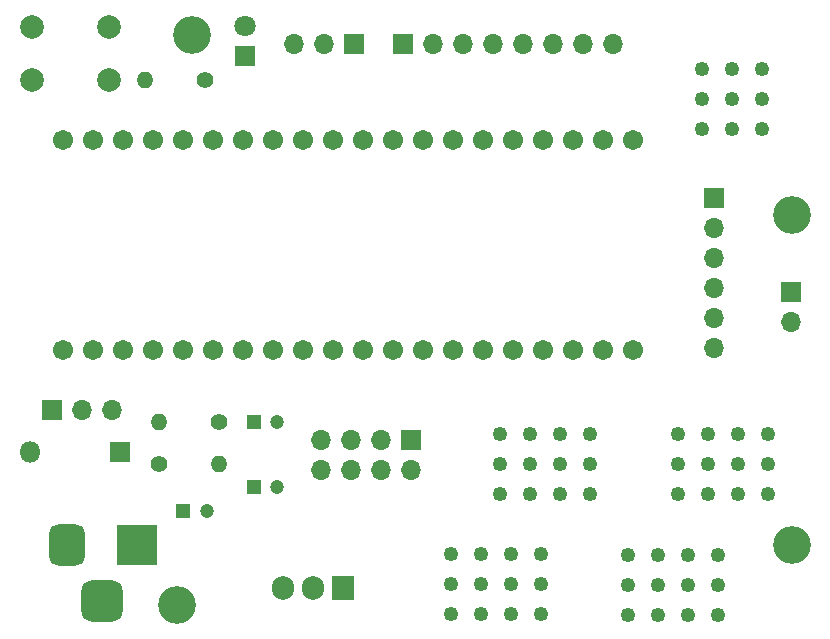
<source format=gbs>
%TF.GenerationSoftware,KiCad,Pcbnew,8.0.1*%
%TF.CreationDate,2024-04-30T17:52:19-06:00*%
%TF.ProjectId,RP2040_Servo_Controller_Board,52503230-3430-45f5-9365-72766f5f436f,rev?*%
%TF.SameCoordinates,Original*%
%TF.FileFunction,Soldermask,Bot*%
%TF.FilePolarity,Negative*%
%FSLAX46Y46*%
G04 Gerber Fmt 4.6, Leading zero omitted, Abs format (unit mm)*
G04 Created by KiCad (PCBNEW 8.0.1) date 2024-04-30 17:52:19*
%MOMM*%
%LPD*%
G01*
G04 APERTURE LIST*
G04 Aperture macros list*
%AMRoundRect*
0 Rectangle with rounded corners*
0 $1 Rounding radius*
0 $2 $3 $4 $5 $6 $7 $8 $9 X,Y pos of 4 corners*
0 Add a 4 corners polygon primitive as box body*
4,1,4,$2,$3,$4,$5,$6,$7,$8,$9,$2,$3,0*
0 Add four circle primitives for the rounded corners*
1,1,$1+$1,$2,$3*
1,1,$1+$1,$4,$5*
1,1,$1+$1,$6,$7*
1,1,$1+$1,$8,$9*
0 Add four rect primitives between the rounded corners*
20,1,$1+$1,$2,$3,$4,$5,0*
20,1,$1+$1,$4,$5,$6,$7,0*
20,1,$1+$1,$6,$7,$8,$9,0*
20,1,$1+$1,$8,$9,$2,$3,0*%
G04 Aperture macros list end*
%ADD10R,1.200000X1.200000*%
%ADD11C,1.200000*%
%ADD12C,1.250000*%
%ADD13R,1.700000X1.700000*%
%ADD14O,1.700000X1.700000*%
%ADD15C,1.400000*%
%ADD16O,1.400000X1.400000*%
%ADD17R,1.800000X1.800000*%
%ADD18O,1.800000X1.800000*%
%ADD19C,1.800000*%
%ADD20C,1.704000*%
%ADD21R,1.905000X2.000000*%
%ADD22O,1.905000X2.000000*%
%ADD23C,3.200000*%
%ADD24C,2.000000*%
%ADD25R,3.500000X3.500000*%
%ADD26RoundRect,0.750000X-0.750000X-1.000000X0.750000X-1.000000X0.750000X1.000000X-0.750000X1.000000X0*%
%ADD27RoundRect,0.875000X-0.875000X-0.875000X0.875000X-0.875000X0.875000X0.875000X-0.875000X0.875000X0*%
G04 APERTURE END LIST*
D10*
%TO.C,C2*%
X114500000Y-89500000D03*
D11*
X116500000Y-89500000D03*
%TD*%
D12*
%TO.C,J2*%
X137210000Y-93130000D03*
X139750000Y-93130000D03*
X142290000Y-93130000D03*
X144830000Y-93130000D03*
X137210000Y-98210000D03*
X139750000Y-98210000D03*
X142290000Y-98210000D03*
X144830000Y-98210000D03*
X137210000Y-95670000D03*
X139750000Y-95670000D03*
X142290000Y-95670000D03*
X144830000Y-95670000D03*
%TD*%
D13*
%TO.C,J8*%
X159475000Y-63000000D03*
D14*
X159475000Y-65540000D03*
X159475000Y-68080000D03*
X159475000Y-70620000D03*
X159475000Y-73160000D03*
X159475000Y-75700000D03*
%TD*%
D15*
%TO.C,R7*%
X116340000Y-53000000D03*
D16*
X111260000Y-53000000D03*
%TD*%
D15*
%TO.C,R2*%
X117540000Y-82000000D03*
D16*
X112460000Y-82000000D03*
%TD*%
D17*
%TO.C,D1*%
X109210000Y-84500000D03*
D18*
X101590000Y-84500000D03*
%TD*%
D13*
%TO.C,J10*%
X133100000Y-49950000D03*
D14*
X135640000Y-49950000D03*
X138180000Y-49950000D03*
X140720000Y-49950000D03*
X143260000Y-49950000D03*
X145800000Y-49950000D03*
X148340000Y-49950000D03*
X150880000Y-49950000D03*
%TD*%
D12*
%TO.C,J4*%
X141340000Y-82960000D03*
X143880000Y-82960000D03*
X146420000Y-82960000D03*
X148960000Y-82960000D03*
X141340000Y-88040000D03*
X143880000Y-88040000D03*
X146420000Y-88040000D03*
X148960000Y-88040000D03*
X141340000Y-85500000D03*
X143880000Y-85500000D03*
X146420000Y-85500000D03*
X148960000Y-85500000D03*
%TD*%
D13*
%TO.C,J11*%
X129000000Y-50000000D03*
D14*
X126460000Y-50000000D03*
X123920000Y-50000000D03*
%TD*%
D13*
%TO.C,JP1*%
X103460000Y-81000000D03*
D14*
X106000000Y-81000000D03*
X108540000Y-81000000D03*
%TD*%
D17*
%TO.C,D2*%
X119750000Y-51025000D03*
D19*
X119750000Y-48485000D03*
%TD*%
D20*
%TO.C,U1*%
X114520000Y-58110000D03*
X111980000Y-58110000D03*
X117060000Y-58110000D03*
X122140000Y-58110000D03*
X109440000Y-58110000D03*
X134840000Y-58110000D03*
X147540000Y-58110000D03*
X109440000Y-75890000D03*
X122140000Y-75890000D03*
X134840000Y-75890000D03*
X147540000Y-75890000D03*
X104360000Y-75890000D03*
X106900000Y-75890000D03*
X111980000Y-75890000D03*
X114520000Y-75890000D03*
X117060000Y-75890000D03*
X119600000Y-75890000D03*
X124680000Y-75890000D03*
X127220000Y-75890000D03*
X129760000Y-75890000D03*
X132300000Y-75890000D03*
X137380000Y-75890000D03*
X139920000Y-75890000D03*
X142460000Y-75890000D03*
X145000000Y-75890000D03*
X150080000Y-75890000D03*
X152620000Y-75890000D03*
X152620000Y-58110000D03*
X150080000Y-58110000D03*
X145000000Y-58110000D03*
X142460000Y-58110000D03*
X139920000Y-58110000D03*
X137380000Y-58110000D03*
X132300000Y-58110000D03*
X127220000Y-58110000D03*
X124680000Y-58110000D03*
X119600000Y-58110000D03*
X129760000Y-58110000D03*
X104360000Y-58110000D03*
X106900000Y-58110000D03*
%TD*%
D10*
%TO.C,C4*%
X120500000Y-87500000D03*
D11*
X122500000Y-87500000D03*
%TD*%
D15*
%TO.C,R1*%
X112460000Y-85500000D03*
D16*
X117540000Y-85500000D03*
%TD*%
D12*
%TO.C,J6*%
X158460000Y-57187500D03*
X158460000Y-54647500D03*
X158460000Y-52107500D03*
X163540000Y-57187500D03*
X163540000Y-54647500D03*
X163540000Y-52107500D03*
X161000000Y-57187500D03*
X161000000Y-54647500D03*
X161000000Y-52107500D03*
%TD*%
D21*
%TO.C,U2*%
X128040000Y-96055000D03*
D22*
X125500000Y-96055000D03*
X122960000Y-96055000D03*
%TD*%
D23*
%TO.C,MH1*%
X115240000Y-49200000D03*
%TD*%
D24*
%TO.C,SW1*%
X101750000Y-48550000D03*
X108250000Y-48550000D03*
X101750000Y-53050000D03*
X108250000Y-53050000D03*
%TD*%
D10*
%TO.C,C3*%
X120500000Y-82000000D03*
D11*
X122500000Y-82000000D03*
%TD*%
D13*
%TO.C,J9*%
X166000000Y-71000000D03*
D14*
X166000000Y-73540000D03*
%TD*%
D12*
%TO.C,J3*%
X152210000Y-93210000D03*
X154750000Y-93210000D03*
X157290000Y-93210000D03*
X159830000Y-93210000D03*
X152210000Y-98290000D03*
X154750000Y-98290000D03*
X157290000Y-98290000D03*
X159830000Y-98290000D03*
X152210000Y-95750000D03*
X154750000Y-95750000D03*
X157290000Y-95750000D03*
X159830000Y-95750000D03*
%TD*%
D25*
%TO.C,J1*%
X110650000Y-92400000D03*
D26*
X104650000Y-92400000D03*
D27*
X107650000Y-97100000D03*
%TD*%
D12*
%TO.C,J5*%
X156380000Y-82960000D03*
X158920000Y-82960000D03*
X161460000Y-82960000D03*
X164000000Y-82960000D03*
X156380000Y-88040000D03*
X158920000Y-88040000D03*
X161460000Y-88040000D03*
X164000000Y-88040000D03*
X156380000Y-85500000D03*
X158920000Y-85500000D03*
X161460000Y-85500000D03*
X164000000Y-85500000D03*
%TD*%
D23*
%TO.C,MH2*%
X113970000Y-97460000D03*
%TD*%
D13*
%TO.C,J7*%
X133800000Y-83460000D03*
D14*
X133800000Y-86000000D03*
X131260000Y-83460000D03*
X131260000Y-86000000D03*
X128720000Y-83460000D03*
X128720000Y-86000000D03*
X126180000Y-83460000D03*
X126180000Y-86000000D03*
%TD*%
D23*
%TO.C,MH3*%
X166040000Y-64440000D03*
%TD*%
%TO.C,MH4*%
X166040000Y-92380000D03*
%TD*%
M02*

</source>
